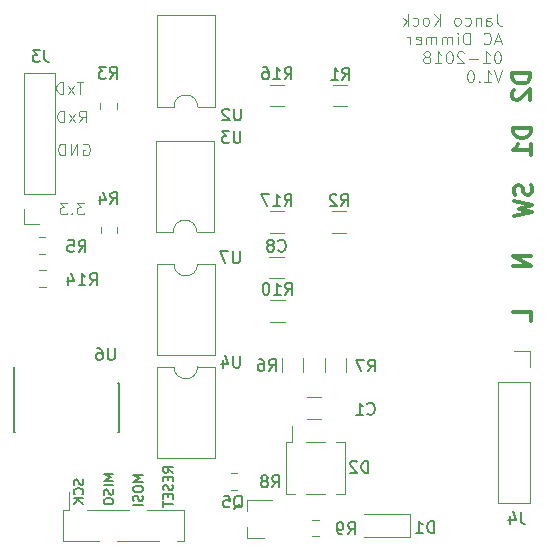
<source format=gbr>
G04 #@! TF.GenerationSoftware,KiCad,Pcbnew,5.0.1*
G04 #@! TF.CreationDate,2019-01-05T16:55:50+01:00*
G04 #@! TF.ProjectId,sensor_board-ac-7 -without-regulator-2,73656E736F725F626F6172642D61632D,V1.2*
G04 #@! TF.SameCoordinates,Original*
G04 #@! TF.FileFunction,Legend,Bot*
G04 #@! TF.FilePolarity,Positive*
%FSLAX46Y46*%
G04 Gerber Fmt 4.6, Leading zero omitted, Abs format (unit mm)*
G04 Created by KiCad (PCBNEW 5.0.1) date Sat 05 Jan 2019 04:55:50 PM CET*
%MOMM*%
%LPD*%
G01*
G04 APERTURE LIST*
%ADD10C,0.100000*%
%ADD11C,0.300000*%
%ADD12C,0.150000*%
%ADD13C,0.120000*%
G04 APERTURE END LIST*
D10*
X35047619Y-42852380D02*
X34428571Y-42852380D01*
X34761904Y-43233333D01*
X34619047Y-43233333D01*
X34523809Y-43280952D01*
X34476190Y-43328571D01*
X34428571Y-43423809D01*
X34428571Y-43661904D01*
X34476190Y-43757142D01*
X34523809Y-43804761D01*
X34619047Y-43852380D01*
X34904761Y-43852380D01*
X35000000Y-43804761D01*
X35047619Y-43757142D01*
X34000000Y-43757142D02*
X33952380Y-43804761D01*
X34000000Y-43852380D01*
X34047619Y-43804761D01*
X34000000Y-43757142D01*
X34000000Y-43852380D01*
X33619047Y-42852380D02*
X33000000Y-42852380D01*
X33333333Y-43233333D01*
X33190476Y-43233333D01*
X33095238Y-43280952D01*
X33047619Y-43328571D01*
X33000000Y-43423809D01*
X33000000Y-43661904D01*
X33047619Y-43757142D01*
X33095238Y-43804761D01*
X33190476Y-43852380D01*
X33476190Y-43852380D01*
X33571428Y-43804761D01*
X33619047Y-43757142D01*
X34961904Y-37900000D02*
X35057142Y-37852380D01*
X35200000Y-37852380D01*
X35342857Y-37900000D01*
X35438095Y-37995238D01*
X35485714Y-38090476D01*
X35533333Y-38280952D01*
X35533333Y-38423809D01*
X35485714Y-38614285D01*
X35438095Y-38709523D01*
X35342857Y-38804761D01*
X35200000Y-38852380D01*
X35104761Y-38852380D01*
X34961904Y-38804761D01*
X34914285Y-38757142D01*
X34914285Y-38423809D01*
X35104761Y-38423809D01*
X34485714Y-38852380D02*
X34485714Y-37852380D01*
X33914285Y-38852380D01*
X33914285Y-37852380D01*
X33438095Y-38852380D02*
X33438095Y-37852380D01*
X33200000Y-37852380D01*
X33057142Y-37900000D01*
X32961904Y-37995238D01*
X32914285Y-38090476D01*
X32866666Y-38280952D01*
X32866666Y-38423809D01*
X32914285Y-38614285D01*
X32961904Y-38709523D01*
X33057142Y-38804761D01*
X33200000Y-38852380D01*
X33438095Y-38852380D01*
X34595238Y-36052380D02*
X34928571Y-35576190D01*
X35166666Y-36052380D02*
X35166666Y-35052380D01*
X34785714Y-35052380D01*
X34690476Y-35100000D01*
X34642857Y-35147619D01*
X34595238Y-35242857D01*
X34595238Y-35385714D01*
X34642857Y-35480952D01*
X34690476Y-35528571D01*
X34785714Y-35576190D01*
X35166666Y-35576190D01*
X34261904Y-36052380D02*
X33738095Y-35385714D01*
X34261904Y-35385714D02*
X33738095Y-36052380D01*
X33357142Y-36052380D02*
X33357142Y-35052380D01*
X33119047Y-35052380D01*
X32976190Y-35100000D01*
X32880952Y-35195238D01*
X32833333Y-35290476D01*
X32785714Y-35480952D01*
X32785714Y-35623809D01*
X32833333Y-35814285D01*
X32880952Y-35909523D01*
X32976190Y-36004761D01*
X33119047Y-36052380D01*
X33357142Y-36052380D01*
X34990476Y-32652380D02*
X34419047Y-32652380D01*
X34704761Y-33652380D02*
X34704761Y-32652380D01*
X34180952Y-33652380D02*
X33657142Y-32985714D01*
X34180952Y-32985714D02*
X33657142Y-33652380D01*
X33276190Y-33652380D02*
X33276190Y-32652380D01*
X33038095Y-32652380D01*
X32895238Y-32700000D01*
X32800000Y-32795238D01*
X32752380Y-32890476D01*
X32704761Y-33080952D01*
X32704761Y-33223809D01*
X32752380Y-33414285D01*
X32800000Y-33509523D01*
X32895238Y-33604761D01*
X33038095Y-33652380D01*
X33276190Y-33652380D01*
X70011190Y-26852380D02*
X70011190Y-27566666D01*
X70058809Y-27709523D01*
X70154047Y-27804761D01*
X70296904Y-27852380D01*
X70392142Y-27852380D01*
X69106428Y-27852380D02*
X69106428Y-27328571D01*
X69154047Y-27233333D01*
X69249285Y-27185714D01*
X69439761Y-27185714D01*
X69535000Y-27233333D01*
X69106428Y-27804761D02*
X69201666Y-27852380D01*
X69439761Y-27852380D01*
X69535000Y-27804761D01*
X69582619Y-27709523D01*
X69582619Y-27614285D01*
X69535000Y-27519047D01*
X69439761Y-27471428D01*
X69201666Y-27471428D01*
X69106428Y-27423809D01*
X68630238Y-27185714D02*
X68630238Y-27852380D01*
X68630238Y-27280952D02*
X68582619Y-27233333D01*
X68487380Y-27185714D01*
X68344523Y-27185714D01*
X68249285Y-27233333D01*
X68201666Y-27328571D01*
X68201666Y-27852380D01*
X67296904Y-27804761D02*
X67392142Y-27852380D01*
X67582619Y-27852380D01*
X67677857Y-27804761D01*
X67725476Y-27757142D01*
X67773095Y-27661904D01*
X67773095Y-27376190D01*
X67725476Y-27280952D01*
X67677857Y-27233333D01*
X67582619Y-27185714D01*
X67392142Y-27185714D01*
X67296904Y-27233333D01*
X66725476Y-27852380D02*
X66820714Y-27804761D01*
X66868333Y-27757142D01*
X66915952Y-27661904D01*
X66915952Y-27376190D01*
X66868333Y-27280952D01*
X66820714Y-27233333D01*
X66725476Y-27185714D01*
X66582619Y-27185714D01*
X66487380Y-27233333D01*
X66439761Y-27280952D01*
X66392142Y-27376190D01*
X66392142Y-27661904D01*
X66439761Y-27757142D01*
X66487380Y-27804761D01*
X66582619Y-27852380D01*
X66725476Y-27852380D01*
X65201666Y-27852380D02*
X65201666Y-26852380D01*
X64630238Y-27852380D02*
X65058809Y-27280952D01*
X64630238Y-26852380D02*
X65201666Y-27423809D01*
X64058809Y-27852380D02*
X64154047Y-27804761D01*
X64201666Y-27757142D01*
X64249285Y-27661904D01*
X64249285Y-27376190D01*
X64201666Y-27280952D01*
X64154047Y-27233333D01*
X64058809Y-27185714D01*
X63915952Y-27185714D01*
X63820714Y-27233333D01*
X63773095Y-27280952D01*
X63725476Y-27376190D01*
X63725476Y-27661904D01*
X63773095Y-27757142D01*
X63820714Y-27804761D01*
X63915952Y-27852380D01*
X64058809Y-27852380D01*
X62868333Y-27804761D02*
X62963571Y-27852380D01*
X63154047Y-27852380D01*
X63249285Y-27804761D01*
X63296904Y-27757142D01*
X63344523Y-27661904D01*
X63344523Y-27376190D01*
X63296904Y-27280952D01*
X63249285Y-27233333D01*
X63154047Y-27185714D01*
X62963571Y-27185714D01*
X62868333Y-27233333D01*
X62439761Y-27852380D02*
X62439761Y-26852380D01*
X62344523Y-27471428D02*
X62058809Y-27852380D01*
X62058809Y-27185714D02*
X62439761Y-27566666D01*
X70344523Y-29166666D02*
X69868333Y-29166666D01*
X70439761Y-29452380D02*
X70106428Y-28452380D01*
X69773095Y-29452380D01*
X68868333Y-29357142D02*
X68915952Y-29404761D01*
X69058809Y-29452380D01*
X69154047Y-29452380D01*
X69296904Y-29404761D01*
X69392142Y-29309523D01*
X69439761Y-29214285D01*
X69487380Y-29023809D01*
X69487380Y-28880952D01*
X69439761Y-28690476D01*
X69392142Y-28595238D01*
X69296904Y-28500000D01*
X69154047Y-28452380D01*
X69058809Y-28452380D01*
X68915952Y-28500000D01*
X68868333Y-28547619D01*
X67677857Y-29452380D02*
X67677857Y-28452380D01*
X67439761Y-28452380D01*
X67296904Y-28500000D01*
X67201666Y-28595238D01*
X67154047Y-28690476D01*
X67106428Y-28880952D01*
X67106428Y-29023809D01*
X67154047Y-29214285D01*
X67201666Y-29309523D01*
X67296904Y-29404761D01*
X67439761Y-29452380D01*
X67677857Y-29452380D01*
X66677857Y-29452380D02*
X66677857Y-28785714D01*
X66677857Y-28452380D02*
X66725476Y-28500000D01*
X66677857Y-28547619D01*
X66630238Y-28500000D01*
X66677857Y-28452380D01*
X66677857Y-28547619D01*
X66201666Y-29452380D02*
X66201666Y-28785714D01*
X66201666Y-28880952D02*
X66154047Y-28833333D01*
X66058809Y-28785714D01*
X65915952Y-28785714D01*
X65820714Y-28833333D01*
X65773095Y-28928571D01*
X65773095Y-29452380D01*
X65773095Y-28928571D02*
X65725476Y-28833333D01*
X65630238Y-28785714D01*
X65487380Y-28785714D01*
X65392142Y-28833333D01*
X65344523Y-28928571D01*
X65344523Y-29452380D01*
X64868333Y-29452380D02*
X64868333Y-28785714D01*
X64868333Y-28880952D02*
X64820714Y-28833333D01*
X64725476Y-28785714D01*
X64582619Y-28785714D01*
X64487380Y-28833333D01*
X64439761Y-28928571D01*
X64439761Y-29452380D01*
X64439761Y-28928571D02*
X64392142Y-28833333D01*
X64296904Y-28785714D01*
X64154047Y-28785714D01*
X64058809Y-28833333D01*
X64011190Y-28928571D01*
X64011190Y-29452380D01*
X63154047Y-29404761D02*
X63249285Y-29452380D01*
X63439761Y-29452380D01*
X63535000Y-29404761D01*
X63582619Y-29309523D01*
X63582619Y-28928571D01*
X63535000Y-28833333D01*
X63439761Y-28785714D01*
X63249285Y-28785714D01*
X63154047Y-28833333D01*
X63106428Y-28928571D01*
X63106428Y-29023809D01*
X63582619Y-29119047D01*
X62677857Y-29452380D02*
X62677857Y-28785714D01*
X62677857Y-28976190D02*
X62630238Y-28880952D01*
X62582619Y-28833333D01*
X62487380Y-28785714D01*
X62392142Y-28785714D01*
X70106428Y-30052380D02*
X70011190Y-30052380D01*
X69915952Y-30100000D01*
X69868333Y-30147619D01*
X69820714Y-30242857D01*
X69773095Y-30433333D01*
X69773095Y-30671428D01*
X69820714Y-30861904D01*
X69868333Y-30957142D01*
X69915952Y-31004761D01*
X70011190Y-31052380D01*
X70106428Y-31052380D01*
X70201666Y-31004761D01*
X70249285Y-30957142D01*
X70296904Y-30861904D01*
X70344523Y-30671428D01*
X70344523Y-30433333D01*
X70296904Y-30242857D01*
X70249285Y-30147619D01*
X70201666Y-30100000D01*
X70106428Y-30052380D01*
X68820714Y-31052380D02*
X69392142Y-31052380D01*
X69106428Y-31052380D02*
X69106428Y-30052380D01*
X69201666Y-30195238D01*
X69296904Y-30290476D01*
X69392142Y-30338095D01*
X68392142Y-30671428D02*
X67630238Y-30671428D01*
X67201666Y-30147619D02*
X67154047Y-30100000D01*
X67058809Y-30052380D01*
X66820714Y-30052380D01*
X66725476Y-30100000D01*
X66677857Y-30147619D01*
X66630238Y-30242857D01*
X66630238Y-30338095D01*
X66677857Y-30480952D01*
X67249285Y-31052380D01*
X66630238Y-31052380D01*
X66011190Y-30052380D02*
X65915952Y-30052380D01*
X65820714Y-30100000D01*
X65773095Y-30147619D01*
X65725476Y-30242857D01*
X65677857Y-30433333D01*
X65677857Y-30671428D01*
X65725476Y-30861904D01*
X65773095Y-30957142D01*
X65820714Y-31004761D01*
X65915952Y-31052380D01*
X66011190Y-31052380D01*
X66106428Y-31004761D01*
X66154047Y-30957142D01*
X66201666Y-30861904D01*
X66249285Y-30671428D01*
X66249285Y-30433333D01*
X66201666Y-30242857D01*
X66154047Y-30147619D01*
X66106428Y-30100000D01*
X66011190Y-30052380D01*
X64725476Y-31052380D02*
X65296904Y-31052380D01*
X65011190Y-31052380D02*
X65011190Y-30052380D01*
X65106428Y-30195238D01*
X65201666Y-30290476D01*
X65296904Y-30338095D01*
X64154047Y-30480952D02*
X64249285Y-30433333D01*
X64296904Y-30385714D01*
X64344523Y-30290476D01*
X64344523Y-30242857D01*
X64296904Y-30147619D01*
X64249285Y-30100000D01*
X64154047Y-30052380D01*
X63963571Y-30052380D01*
X63868333Y-30100000D01*
X63820714Y-30147619D01*
X63773095Y-30242857D01*
X63773095Y-30290476D01*
X63820714Y-30385714D01*
X63868333Y-30433333D01*
X63963571Y-30480952D01*
X64154047Y-30480952D01*
X64249285Y-30528571D01*
X64296904Y-30576190D01*
X64344523Y-30671428D01*
X64344523Y-30861904D01*
X64296904Y-30957142D01*
X64249285Y-31004761D01*
X64154047Y-31052380D01*
X63963571Y-31052380D01*
X63868333Y-31004761D01*
X63820714Y-30957142D01*
X63773095Y-30861904D01*
X63773095Y-30671428D01*
X63820714Y-30576190D01*
X63868333Y-30528571D01*
X63963571Y-30480952D01*
X70439761Y-31652380D02*
X70106428Y-32652380D01*
X69773095Y-31652380D01*
X68915952Y-32652380D02*
X69487380Y-32652380D01*
X69201666Y-32652380D02*
X69201666Y-31652380D01*
X69296904Y-31795238D01*
X69392142Y-31890476D01*
X69487380Y-31938095D01*
X68487380Y-32557142D02*
X68439761Y-32604761D01*
X68487380Y-32652380D01*
X68535000Y-32604761D01*
X68487380Y-32557142D01*
X68487380Y-32652380D01*
X67820714Y-31652380D02*
X67725476Y-31652380D01*
X67630238Y-31700000D01*
X67582619Y-31747619D01*
X67535000Y-31842857D01*
X67487380Y-32033333D01*
X67487380Y-32271428D01*
X67535000Y-32461904D01*
X67582619Y-32557142D01*
X67630238Y-32604761D01*
X67725476Y-32652380D01*
X67820714Y-32652380D01*
X67915952Y-32604761D01*
X67963571Y-32557142D01*
X68011190Y-32461904D01*
X68058809Y-32271428D01*
X68058809Y-32033333D01*
X68011190Y-31842857D01*
X67963571Y-31747619D01*
X67915952Y-31700000D01*
X67820714Y-31652380D01*
D11*
X72890142Y-41345885D02*
X72961571Y-41560171D01*
X72961571Y-41917314D01*
X72890142Y-42060171D01*
X72818714Y-42131600D01*
X72675857Y-42203028D01*
X72533000Y-42203028D01*
X72390142Y-42131600D01*
X72318714Y-42060171D01*
X72247285Y-41917314D01*
X72175857Y-41631600D01*
X72104428Y-41488742D01*
X72033000Y-41417314D01*
X71890142Y-41345885D01*
X71747285Y-41345885D01*
X71604428Y-41417314D01*
X71533000Y-41488742D01*
X71461571Y-41631600D01*
X71461571Y-41988742D01*
X71533000Y-42203028D01*
X71461571Y-42703028D02*
X72961571Y-43060171D01*
X71890142Y-43345885D01*
X72961571Y-43631600D01*
X71461571Y-43988742D01*
X72803571Y-31892857D02*
X71303571Y-31892857D01*
X71303571Y-32250000D01*
X71375000Y-32464285D01*
X71517857Y-32607142D01*
X71660714Y-32678571D01*
X71946428Y-32750000D01*
X72160714Y-32750000D01*
X72446428Y-32678571D01*
X72589285Y-32607142D01*
X72732142Y-32464285D01*
X72803571Y-32250000D01*
X72803571Y-31892857D01*
X71446428Y-33321428D02*
X71375000Y-33392857D01*
X71303571Y-33535714D01*
X71303571Y-33892857D01*
X71375000Y-34035714D01*
X71446428Y-34107142D01*
X71589285Y-34178571D01*
X71732142Y-34178571D01*
X71946428Y-34107142D01*
X72803571Y-33250000D01*
X72803571Y-34178571D01*
X72878571Y-36492857D02*
X71378571Y-36492857D01*
X71378571Y-36850000D01*
X71450000Y-37064285D01*
X71592857Y-37207142D01*
X71735714Y-37278571D01*
X72021428Y-37350000D01*
X72235714Y-37350000D01*
X72521428Y-37278571D01*
X72664285Y-37207142D01*
X72807142Y-37064285D01*
X72878571Y-36850000D01*
X72878571Y-36492857D01*
X72878571Y-38778571D02*
X72878571Y-37921428D01*
X72878571Y-38350000D02*
X71378571Y-38350000D01*
X71592857Y-38207142D01*
X71735714Y-38064285D01*
X71807142Y-37921428D01*
X72878571Y-47371428D02*
X71378571Y-47371428D01*
X72878571Y-48228571D01*
X71378571Y-48228571D01*
X72878571Y-52864285D02*
X72878571Y-52150000D01*
X71378571Y-52150000D01*
D12*
X42536064Y-65708675D02*
X42155112Y-65442008D01*
X42536064Y-65251532D02*
X41736064Y-65251532D01*
X41736064Y-65556294D01*
X41774160Y-65632484D01*
X41812255Y-65670580D01*
X41888445Y-65708675D01*
X42002731Y-65708675D01*
X42078921Y-65670580D01*
X42117017Y-65632484D01*
X42155112Y-65556294D01*
X42155112Y-65251532D01*
X42117017Y-66051532D02*
X42117017Y-66318199D01*
X42536064Y-66432484D02*
X42536064Y-66051532D01*
X41736064Y-66051532D01*
X41736064Y-66432484D01*
X42497969Y-66737246D02*
X42536064Y-66851532D01*
X42536064Y-67042008D01*
X42497969Y-67118199D01*
X42459874Y-67156294D01*
X42383683Y-67194389D01*
X42307493Y-67194389D01*
X42231302Y-67156294D01*
X42193207Y-67118199D01*
X42155112Y-67042008D01*
X42117017Y-66889627D01*
X42078921Y-66813437D01*
X42040826Y-66775341D01*
X41964636Y-66737246D01*
X41888445Y-66737246D01*
X41812255Y-66775341D01*
X41774160Y-66813437D01*
X41736064Y-66889627D01*
X41736064Y-67080103D01*
X41774160Y-67194389D01*
X42117017Y-67537246D02*
X42117017Y-67803913D01*
X42536064Y-67918199D02*
X42536064Y-67537246D01*
X41736064Y-67537246D01*
X41736064Y-67918199D01*
X41736064Y-68146770D02*
X41736064Y-68603913D01*
X42536064Y-68375341D02*
X41736064Y-68375341D01*
X40003684Y-65936017D02*
X39203684Y-65936017D01*
X39775113Y-66202683D01*
X39203684Y-66469350D01*
X40003684Y-66469350D01*
X39203684Y-67002683D02*
X39203684Y-67155064D01*
X39241780Y-67231255D01*
X39317970Y-67307445D01*
X39470351Y-67345540D01*
X39737018Y-67345540D01*
X39889399Y-67307445D01*
X39965589Y-67231255D01*
X40003684Y-67155064D01*
X40003684Y-67002683D01*
X39965589Y-66926493D01*
X39889399Y-66850302D01*
X39737018Y-66812207D01*
X39470351Y-66812207D01*
X39317970Y-66850302D01*
X39241780Y-66926493D01*
X39203684Y-67002683D01*
X39965589Y-67650302D02*
X40003684Y-67764588D01*
X40003684Y-67955064D01*
X39965589Y-68031255D01*
X39927494Y-68069350D01*
X39851303Y-68107445D01*
X39775113Y-68107445D01*
X39698922Y-68069350D01*
X39660827Y-68031255D01*
X39622732Y-67955064D01*
X39584637Y-67802683D01*
X39546541Y-67726493D01*
X39508446Y-67688398D01*
X39432256Y-67650302D01*
X39356065Y-67650302D01*
X39279875Y-67688398D01*
X39241780Y-67726493D01*
X39203684Y-67802683D01*
X39203684Y-67993160D01*
X39241780Y-68107445D01*
X40003684Y-68450302D02*
X39203684Y-68450302D01*
X37514484Y-65852197D02*
X36714484Y-65852197D01*
X37285913Y-66118863D01*
X36714484Y-66385530D01*
X37514484Y-66385530D01*
X37514484Y-66766482D02*
X36714484Y-66766482D01*
X37476389Y-67109340D02*
X37514484Y-67223625D01*
X37514484Y-67414101D01*
X37476389Y-67490292D01*
X37438294Y-67528387D01*
X37362103Y-67566482D01*
X37285913Y-67566482D01*
X37209722Y-67528387D01*
X37171627Y-67490292D01*
X37133532Y-67414101D01*
X37095437Y-67261720D01*
X37057341Y-67185530D01*
X37019246Y-67147435D01*
X36943056Y-67109340D01*
X36866865Y-67109340D01*
X36790675Y-67147435D01*
X36752580Y-67185530D01*
X36714484Y-67261720D01*
X36714484Y-67452197D01*
X36752580Y-67566482D01*
X36714484Y-68061720D02*
X36714484Y-68214101D01*
X36752580Y-68290292D01*
X36828770Y-68366482D01*
X36981151Y-68404578D01*
X37247818Y-68404578D01*
X37400199Y-68366482D01*
X37476389Y-68290292D01*
X37514484Y-68214101D01*
X37514484Y-68061720D01*
X37476389Y-67985530D01*
X37400199Y-67909340D01*
X37247818Y-67871244D01*
X36981151Y-67871244D01*
X36828770Y-67909340D01*
X36752580Y-67985530D01*
X36714484Y-68061720D01*
X34944009Y-66283968D02*
X34982104Y-66398254D01*
X34982104Y-66588730D01*
X34944009Y-66664920D01*
X34905914Y-66703016D01*
X34829723Y-66741111D01*
X34753533Y-66741111D01*
X34677342Y-66703016D01*
X34639247Y-66664920D01*
X34601152Y-66588730D01*
X34563057Y-66436349D01*
X34524961Y-66360159D01*
X34486866Y-66322063D01*
X34410676Y-66283968D01*
X34334485Y-66283968D01*
X34258295Y-66322063D01*
X34220200Y-66360159D01*
X34182104Y-66436349D01*
X34182104Y-66626825D01*
X34220200Y-66741111D01*
X34905914Y-67541111D02*
X34944009Y-67503016D01*
X34982104Y-67388730D01*
X34982104Y-67312540D01*
X34944009Y-67198254D01*
X34867819Y-67122063D01*
X34791628Y-67083968D01*
X34639247Y-67045873D01*
X34524961Y-67045873D01*
X34372580Y-67083968D01*
X34296390Y-67122063D01*
X34220200Y-67198254D01*
X34182104Y-67312540D01*
X34182104Y-67388730D01*
X34220200Y-67503016D01*
X34258295Y-67541111D01*
X34982104Y-67883968D02*
X34182104Y-67883968D01*
X34982104Y-68341111D02*
X34524961Y-67998254D01*
X34182104Y-68341111D02*
X34639247Y-67883968D01*
D13*
G04 #@! TO.C,U3*
X46036400Y-45335500D02*
X44586400Y-45335500D01*
X46036400Y-37595500D02*
X46036400Y-45335500D01*
X41136400Y-37595500D02*
X46036400Y-37595500D01*
X41136400Y-45335500D02*
X41136400Y-37595500D01*
X42586400Y-45335500D02*
X41136400Y-45335500D01*
X44586400Y-45335500D02*
G75*
G03X42586400Y-45335500I-1000000J0D01*
G01*
G04 #@! TO.C,R6*
X51774680Y-57221204D02*
X51774680Y-56017076D01*
X53594680Y-57221204D02*
X53594680Y-56017076D01*
G04 #@! TO.C,Q5*
X48825880Y-71212220D02*
X48825880Y-70282220D01*
X48825880Y-68052220D02*
X48825880Y-68982220D01*
X48825880Y-68052220D02*
X50985880Y-68052220D01*
X48825880Y-71212220D02*
X50285880Y-71212220D01*
G04 #@! TO.C,R17*
X51973564Y-43578100D02*
X50769436Y-43578100D01*
X51973564Y-45398100D02*
X50769436Y-45398100D01*
G04 #@! TO.C,R3*
X37829560Y-34929712D02*
X37829560Y-34407208D01*
X36409560Y-34929712D02*
X36409560Y-34407208D01*
G04 #@! TO.C,C8*
X51935464Y-49271600D02*
X50731336Y-49271600D01*
X51935464Y-47451600D02*
X50731336Y-47451600D01*
G04 #@! TO.C,J5*
X40401780Y-68842580D02*
X43511780Y-68842580D01*
X35321780Y-68842580D02*
X38881780Y-68842580D01*
X37861780Y-71502580D02*
X41421780Y-71502580D01*
X42941780Y-71502580D02*
X43511780Y-71502580D01*
X33231780Y-68842580D02*
X33801780Y-68842580D01*
X33801780Y-68842580D02*
X33801780Y-67322580D01*
X33231780Y-71502580D02*
X36341780Y-71502580D01*
X43511780Y-68842580D02*
X43511780Y-71502580D01*
X33231780Y-68842580D02*
X33231780Y-71502580D01*
G04 #@! TO.C,R2*
X56039936Y-43578100D02*
X57244064Y-43578100D01*
X56039936Y-45398100D02*
X57244064Y-45398100D01*
G04 #@! TO.C,R16*
X51986264Y-34679300D02*
X50782136Y-34679300D01*
X51986264Y-32859300D02*
X50782136Y-32859300D01*
G04 #@! TO.C,R1*
X56103436Y-32859300D02*
X57307564Y-32859300D01*
X56103436Y-34679300D02*
X57307564Y-34679300D01*
G04 #@! TO.C,R10*
X52024364Y-52916500D02*
X50820236Y-52916500D01*
X52024364Y-51096500D02*
X50820236Y-51096500D01*
G04 #@! TO.C,R7*
X55434820Y-57208504D02*
X55434820Y-56004376D01*
X57254820Y-57208504D02*
X57254820Y-56004376D01*
G04 #@! TO.C,R14*
X31769952Y-45772000D02*
X31247448Y-45772000D01*
X31769952Y-47192000D02*
X31247448Y-47192000D01*
G04 #@! TO.C,R8*
X47500908Y-67176720D02*
X48023412Y-67176720D01*
X47500908Y-65756720D02*
X48023412Y-65756720D01*
G04 #@! TO.C,D1*
X62613100Y-69200000D02*
X58713100Y-69200000D01*
X62613100Y-71200000D02*
X58713100Y-71200000D01*
X62613100Y-69200000D02*
X62613100Y-71200000D01*
G04 #@! TO.C,U2*
X46112600Y-34731000D02*
X44662600Y-34731000D01*
X46112600Y-26991000D02*
X46112600Y-34731000D01*
X41212600Y-26991000D02*
X46112600Y-26991000D01*
X41212600Y-34731000D02*
X41212600Y-26991000D01*
X42662600Y-34731000D02*
X41212600Y-34731000D01*
X44662600Y-34731000D02*
G75*
G03X42662600Y-34731000I-1000000J0D01*
G01*
G04 #@! TO.C,U4*
X41207520Y-56752180D02*
X42657520Y-56752180D01*
X41207520Y-64492180D02*
X41207520Y-56752180D01*
X46107520Y-64492180D02*
X41207520Y-64492180D01*
X46107520Y-56752180D02*
X46107520Y-64492180D01*
X44657520Y-56752180D02*
X46107520Y-56752180D01*
X42657520Y-56752180D02*
G75*
G03X44657520Y-56752180I1000000J0D01*
G01*
G04 #@! TO.C,R4*
X36440040Y-45430072D02*
X36440040Y-44907568D01*
X37860040Y-45430072D02*
X37860040Y-44907568D01*
G04 #@! TO.C,C1*
X53921576Y-59338800D02*
X55125704Y-59338800D01*
X53921576Y-61158800D02*
X55125704Y-61158800D01*
G04 #@! TO.C,R5*
X31260148Y-49960600D02*
X31782652Y-49960600D01*
X31260148Y-48540600D02*
X31782652Y-48540600D01*
G04 #@! TO.C,J3*
X29924700Y-44687800D02*
X31254700Y-44687800D01*
X29924700Y-43357800D02*
X29924700Y-44687800D01*
X29924700Y-42087800D02*
X32584700Y-42087800D01*
X32584700Y-42087800D02*
X32584700Y-31867800D01*
X29924700Y-42087800D02*
X29924700Y-31867800D01*
X29924700Y-31867800D02*
X32584700Y-31867800D01*
G04 #@! TO.C,R9*
X54894112Y-71110000D02*
X54371608Y-71110000D01*
X54894112Y-69690000D02*
X54371608Y-69690000D01*
G04 #@! TO.C,D2*
X52137940Y-63126260D02*
X52637940Y-63126260D01*
X52637940Y-63126260D02*
X52637940Y-61726260D01*
X53837940Y-67526260D02*
X55437940Y-67526260D01*
X53837940Y-63126260D02*
X55437940Y-63126260D01*
X52937940Y-67526260D02*
X52137940Y-67526260D01*
X52137940Y-67526260D02*
X52137940Y-63126260D01*
X56337940Y-67526260D02*
X57137940Y-67526260D01*
X57137940Y-67526260D02*
X57137940Y-63126260D01*
X57137940Y-63126260D02*
X56337940Y-63126260D01*
D12*
G04 #@! TO.C,U6*
X29103400Y-58135700D02*
X29128400Y-58135700D01*
X29103400Y-62285700D02*
X29218400Y-62285700D01*
X38003400Y-62285700D02*
X37888400Y-62285700D01*
X38003400Y-58135700D02*
X37888400Y-58135700D01*
X29103400Y-58135700D02*
X29103400Y-62285700D01*
X38003400Y-58135700D02*
X38003400Y-62285700D01*
X29128400Y-58135700D02*
X29128400Y-56760700D01*
D13*
G04 #@! TO.C,J4*
X72767500Y-68259000D02*
X70107500Y-68259000D01*
X72767500Y-58039000D02*
X72767500Y-68259000D01*
X70107500Y-58039000D02*
X70107500Y-68259000D01*
X72767500Y-58039000D02*
X70107500Y-58039000D01*
X72767500Y-56769000D02*
X72767500Y-55439000D01*
X72767500Y-55439000D02*
X71437500Y-55439000D01*
G04 #@! TO.C,U7*
X42649900Y-48047600D02*
G75*
G03X44649900Y-48047600I1000000J0D01*
G01*
X44649900Y-48047600D02*
X46099900Y-48047600D01*
X46099900Y-48047600D02*
X46099900Y-55787600D01*
X46099900Y-55787600D02*
X41199900Y-55787600D01*
X41199900Y-55787600D02*
X41199900Y-48047600D01*
X41199900Y-48047600D02*
X42649900Y-48047600D01*
G04 #@! TO.C,U3*
D12*
X48287844Y-36800540D02*
X48287844Y-37610064D01*
X48240225Y-37705302D01*
X48192606Y-37752921D01*
X48097368Y-37800540D01*
X47906892Y-37800540D01*
X47811654Y-37752921D01*
X47764035Y-37705302D01*
X47716416Y-37610064D01*
X47716416Y-36800540D01*
X47335463Y-36800540D02*
X46716416Y-36800540D01*
X47049749Y-37181493D01*
X46906892Y-37181493D01*
X46811654Y-37229112D01*
X46764035Y-37276731D01*
X46716416Y-37371969D01*
X46716416Y-37610064D01*
X46764035Y-37705302D01*
X46811654Y-37752921D01*
X46906892Y-37800540D01*
X47192606Y-37800540D01*
X47287844Y-37752921D01*
X47335463Y-37705302D01*
G04 #@! TO.C,R6*
X50689806Y-57091840D02*
X51023140Y-56615650D01*
X51261235Y-57091840D02*
X51261235Y-56091840D01*
X50880282Y-56091840D01*
X50785044Y-56139460D01*
X50737425Y-56187079D01*
X50689806Y-56282317D01*
X50689806Y-56425174D01*
X50737425Y-56520412D01*
X50785044Y-56568031D01*
X50880282Y-56615650D01*
X51261235Y-56615650D01*
X49832663Y-56091840D02*
X50023140Y-56091840D01*
X50118378Y-56139460D01*
X50165997Y-56187079D01*
X50261235Y-56329936D01*
X50308854Y-56520412D01*
X50308854Y-56901364D01*
X50261235Y-56996602D01*
X50213616Y-57044221D01*
X50118378Y-57091840D01*
X49927901Y-57091840D01*
X49832663Y-57044221D01*
X49785044Y-56996602D01*
X49737425Y-56901364D01*
X49737425Y-56663269D01*
X49785044Y-56568031D01*
X49832663Y-56520412D01*
X49927901Y-56472793D01*
X50118378Y-56472793D01*
X50213616Y-56520412D01*
X50261235Y-56568031D01*
X50308854Y-56663269D01*
G04 #@! TO.C,Q5*
X47730398Y-68752359D02*
X47825636Y-68704740D01*
X47920874Y-68609501D01*
X48063731Y-68466644D01*
X48158969Y-68419025D01*
X48254207Y-68419025D01*
X48206588Y-68657120D02*
X48301826Y-68609501D01*
X48397064Y-68514263D01*
X48444683Y-68323787D01*
X48444683Y-67990454D01*
X48397064Y-67799978D01*
X48301826Y-67704740D01*
X48206588Y-67657120D01*
X48016112Y-67657120D01*
X47920874Y-67704740D01*
X47825636Y-67799978D01*
X47778017Y-67990454D01*
X47778017Y-68323787D01*
X47825636Y-68514263D01*
X47920874Y-68609501D01*
X48016112Y-68657120D01*
X48206588Y-68657120D01*
X46873255Y-67657120D02*
X47349445Y-67657120D01*
X47397064Y-68133311D01*
X47349445Y-68085692D01*
X47254207Y-68038073D01*
X47016112Y-68038073D01*
X46920874Y-68085692D01*
X46873255Y-68133311D01*
X46825636Y-68228549D01*
X46825636Y-68466644D01*
X46873255Y-68561882D01*
X46920874Y-68609501D01*
X47016112Y-68657120D01*
X47254207Y-68657120D01*
X47349445Y-68609501D01*
X47397064Y-68561882D01*
G04 #@! TO.C,R17*
X52014357Y-43120480D02*
X52347690Y-42644290D01*
X52585785Y-43120480D02*
X52585785Y-42120480D01*
X52204833Y-42120480D01*
X52109595Y-42168100D01*
X52061976Y-42215719D01*
X52014357Y-42310957D01*
X52014357Y-42453814D01*
X52061976Y-42549052D01*
X52109595Y-42596671D01*
X52204833Y-42644290D01*
X52585785Y-42644290D01*
X51061976Y-43120480D02*
X51633404Y-43120480D01*
X51347690Y-43120480D02*
X51347690Y-42120480D01*
X51442928Y-42263338D01*
X51538166Y-42358576D01*
X51633404Y-42406195D01*
X50728642Y-42120480D02*
X50061976Y-42120480D01*
X50490547Y-43120480D01*
G04 #@! TO.C,R3*
X37222726Y-32352240D02*
X37556060Y-31876050D01*
X37794155Y-32352240D02*
X37794155Y-31352240D01*
X37413202Y-31352240D01*
X37317964Y-31399860D01*
X37270345Y-31447479D01*
X37222726Y-31542717D01*
X37222726Y-31685574D01*
X37270345Y-31780812D01*
X37317964Y-31828431D01*
X37413202Y-31876050D01*
X37794155Y-31876050D01*
X36889393Y-31352240D02*
X36270345Y-31352240D01*
X36603679Y-31733193D01*
X36460821Y-31733193D01*
X36365583Y-31780812D01*
X36317964Y-31828431D01*
X36270345Y-31923669D01*
X36270345Y-32161764D01*
X36317964Y-32257002D01*
X36365583Y-32304621D01*
X36460821Y-32352240D01*
X36746536Y-32352240D01*
X36841774Y-32304621D01*
X36889393Y-32257002D01*
G04 #@! TO.C,C8*
X51500066Y-46898742D02*
X51547685Y-46946361D01*
X51690542Y-46993980D01*
X51785780Y-46993980D01*
X51928638Y-46946361D01*
X52023876Y-46851123D01*
X52071495Y-46755885D01*
X52119114Y-46565409D01*
X52119114Y-46422552D01*
X52071495Y-46232076D01*
X52023876Y-46136838D01*
X51928638Y-46041600D01*
X51785780Y-45993980D01*
X51690542Y-45993980D01*
X51547685Y-46041600D01*
X51500066Y-46089219D01*
X50928638Y-46422552D02*
X51023876Y-46374933D01*
X51071495Y-46327314D01*
X51119114Y-46232076D01*
X51119114Y-46184457D01*
X51071495Y-46089219D01*
X51023876Y-46041600D01*
X50928638Y-45993980D01*
X50738161Y-45993980D01*
X50642923Y-46041600D01*
X50595304Y-46089219D01*
X50547685Y-46184457D01*
X50547685Y-46232076D01*
X50595304Y-46327314D01*
X50642923Y-46374933D01*
X50738161Y-46422552D01*
X50928638Y-46422552D01*
X51023876Y-46470171D01*
X51071495Y-46517790D01*
X51119114Y-46613028D01*
X51119114Y-46803504D01*
X51071495Y-46898742D01*
X51023876Y-46946361D01*
X50928638Y-46993980D01*
X50738161Y-46993980D01*
X50642923Y-46946361D01*
X50595304Y-46898742D01*
X50547685Y-46803504D01*
X50547685Y-46613028D01*
X50595304Y-46517790D01*
X50642923Y-46470171D01*
X50738161Y-46422552D01*
G04 #@! TO.C,R2*
X56783266Y-43116760D02*
X57116600Y-42640570D01*
X57354695Y-43116760D02*
X57354695Y-42116760D01*
X56973742Y-42116760D01*
X56878504Y-42164380D01*
X56830885Y-42211999D01*
X56783266Y-42307237D01*
X56783266Y-42450094D01*
X56830885Y-42545332D01*
X56878504Y-42592951D01*
X56973742Y-42640570D01*
X57354695Y-42640570D01*
X56402314Y-42211999D02*
X56354695Y-42164380D01*
X56259457Y-42116760D01*
X56021361Y-42116760D01*
X55926123Y-42164380D01*
X55878504Y-42211999D01*
X55830885Y-42307237D01*
X55830885Y-42402475D01*
X55878504Y-42545332D01*
X56449933Y-43116760D01*
X55830885Y-43116760D01*
G04 #@! TO.C,R16*
X52027057Y-32401680D02*
X52360390Y-31925490D01*
X52598485Y-32401680D02*
X52598485Y-31401680D01*
X52217533Y-31401680D01*
X52122295Y-31449300D01*
X52074676Y-31496919D01*
X52027057Y-31592157D01*
X52027057Y-31735014D01*
X52074676Y-31830252D01*
X52122295Y-31877871D01*
X52217533Y-31925490D01*
X52598485Y-31925490D01*
X51074676Y-32401680D02*
X51646104Y-32401680D01*
X51360390Y-32401680D02*
X51360390Y-31401680D01*
X51455628Y-31544538D01*
X51550866Y-31639776D01*
X51646104Y-31687395D01*
X50217533Y-31401680D02*
X50408009Y-31401680D01*
X50503247Y-31449300D01*
X50550866Y-31496919D01*
X50646104Y-31639776D01*
X50693723Y-31830252D01*
X50693723Y-32211204D01*
X50646104Y-32306442D01*
X50598485Y-32354061D01*
X50503247Y-32401680D01*
X50312771Y-32401680D01*
X50217533Y-32354061D01*
X50169914Y-32306442D01*
X50122295Y-32211204D01*
X50122295Y-31973109D01*
X50169914Y-31877871D01*
X50217533Y-31830252D01*
X50312771Y-31782633D01*
X50503247Y-31782633D01*
X50598485Y-31830252D01*
X50646104Y-31877871D01*
X50693723Y-31973109D01*
G04 #@! TO.C,R1*
X56917886Y-32428440D02*
X57251220Y-31952250D01*
X57489315Y-32428440D02*
X57489315Y-31428440D01*
X57108362Y-31428440D01*
X57013124Y-31476060D01*
X56965505Y-31523679D01*
X56917886Y-31618917D01*
X56917886Y-31761774D01*
X56965505Y-31857012D01*
X57013124Y-31904631D01*
X57108362Y-31952250D01*
X57489315Y-31952250D01*
X55965505Y-32428440D02*
X56536934Y-32428440D01*
X56251220Y-32428440D02*
X56251220Y-31428440D01*
X56346458Y-31571298D01*
X56441696Y-31666536D01*
X56536934Y-31714155D01*
G04 #@! TO.C,R10*
X52065157Y-50638880D02*
X52398490Y-50162690D01*
X52636585Y-50638880D02*
X52636585Y-49638880D01*
X52255633Y-49638880D01*
X52160395Y-49686500D01*
X52112776Y-49734119D01*
X52065157Y-49829357D01*
X52065157Y-49972214D01*
X52112776Y-50067452D01*
X52160395Y-50115071D01*
X52255633Y-50162690D01*
X52636585Y-50162690D01*
X51112776Y-50638880D02*
X51684204Y-50638880D01*
X51398490Y-50638880D02*
X51398490Y-49638880D01*
X51493728Y-49781738D01*
X51588966Y-49876976D01*
X51684204Y-49924595D01*
X50493728Y-49638880D02*
X50398490Y-49638880D01*
X50303252Y-49686500D01*
X50255633Y-49734119D01*
X50208014Y-49829357D01*
X50160395Y-50019833D01*
X50160395Y-50257928D01*
X50208014Y-50448404D01*
X50255633Y-50543642D01*
X50303252Y-50591261D01*
X50398490Y-50638880D01*
X50493728Y-50638880D01*
X50588966Y-50591261D01*
X50636585Y-50543642D01*
X50684204Y-50448404D01*
X50731823Y-50257928D01*
X50731823Y-50019833D01*
X50684204Y-49829357D01*
X50636585Y-49734119D01*
X50588966Y-49686500D01*
X50493728Y-49638880D01*
G04 #@! TO.C,R7*
X59079426Y-57137560D02*
X59412760Y-56661370D01*
X59650855Y-57137560D02*
X59650855Y-56137560D01*
X59269902Y-56137560D01*
X59174664Y-56185180D01*
X59127045Y-56232799D01*
X59079426Y-56328037D01*
X59079426Y-56470894D01*
X59127045Y-56566132D01*
X59174664Y-56613751D01*
X59269902Y-56661370D01*
X59650855Y-56661370D01*
X58746093Y-56137560D02*
X58079426Y-56137560D01*
X58507998Y-57137560D01*
G04 #@! TO.C,R14*
X35529757Y-49837600D02*
X35863090Y-49361410D01*
X36101185Y-49837600D02*
X36101185Y-48837600D01*
X35720233Y-48837600D01*
X35624995Y-48885220D01*
X35577376Y-48932839D01*
X35529757Y-49028077D01*
X35529757Y-49170934D01*
X35577376Y-49266172D01*
X35624995Y-49313791D01*
X35720233Y-49361410D01*
X36101185Y-49361410D01*
X34577376Y-49837600D02*
X35148804Y-49837600D01*
X34863090Y-49837600D02*
X34863090Y-48837600D01*
X34958328Y-48980458D01*
X35053566Y-49075696D01*
X35148804Y-49123315D01*
X33720233Y-49170934D02*
X33720233Y-49837600D01*
X33958328Y-48789981D02*
X34196423Y-49504267D01*
X33577376Y-49504267D01*
G04 #@! TO.C,R8*
X50971746Y-66947040D02*
X51305080Y-66470850D01*
X51543175Y-66947040D02*
X51543175Y-65947040D01*
X51162222Y-65947040D01*
X51066984Y-65994660D01*
X51019365Y-66042279D01*
X50971746Y-66137517D01*
X50971746Y-66280374D01*
X51019365Y-66375612D01*
X51066984Y-66423231D01*
X51162222Y-66470850D01*
X51543175Y-66470850D01*
X50400318Y-66375612D02*
X50495556Y-66327993D01*
X50543175Y-66280374D01*
X50590794Y-66185136D01*
X50590794Y-66137517D01*
X50543175Y-66042279D01*
X50495556Y-65994660D01*
X50400318Y-65947040D01*
X50209841Y-65947040D01*
X50114603Y-65994660D01*
X50066984Y-66042279D01*
X50019365Y-66137517D01*
X50019365Y-66185136D01*
X50066984Y-66280374D01*
X50114603Y-66327993D01*
X50209841Y-66375612D01*
X50400318Y-66375612D01*
X50495556Y-66423231D01*
X50543175Y-66470850D01*
X50590794Y-66566088D01*
X50590794Y-66756564D01*
X50543175Y-66851802D01*
X50495556Y-66899421D01*
X50400318Y-66947040D01*
X50209841Y-66947040D01*
X50114603Y-66899421D01*
X50066984Y-66851802D01*
X50019365Y-66756564D01*
X50019365Y-66566088D01*
X50066984Y-66470850D01*
X50114603Y-66423231D01*
X50209841Y-66375612D01*
G04 #@! TO.C,D1*
X64662275Y-70802240D02*
X64662275Y-69802240D01*
X64424180Y-69802240D01*
X64281322Y-69849860D01*
X64186084Y-69945098D01*
X64138465Y-70040336D01*
X64090846Y-70230812D01*
X64090846Y-70373669D01*
X64138465Y-70564145D01*
X64186084Y-70659383D01*
X64281322Y-70754621D01*
X64424180Y-70802240D01*
X64662275Y-70802240D01*
X63138465Y-70802240D02*
X63709894Y-70802240D01*
X63424180Y-70802240D02*
X63424180Y-69802240D01*
X63519418Y-69945098D01*
X63614656Y-70040336D01*
X63709894Y-70087955D01*
G04 #@! TO.C,U2*
X48328484Y-34887920D02*
X48328484Y-35697444D01*
X48280865Y-35792682D01*
X48233246Y-35840301D01*
X48138008Y-35887920D01*
X47947532Y-35887920D01*
X47852294Y-35840301D01*
X47804675Y-35792682D01*
X47757056Y-35697444D01*
X47757056Y-34887920D01*
X47328484Y-34983159D02*
X47280865Y-34935540D01*
X47185627Y-34887920D01*
X46947532Y-34887920D01*
X46852294Y-34935540D01*
X46804675Y-34983159D01*
X46757056Y-35078397D01*
X46757056Y-35173635D01*
X46804675Y-35316492D01*
X47376103Y-35887920D01*
X46757056Y-35887920D01*
G04 #@! TO.C,U4*
X48249744Y-55825140D02*
X48249744Y-56634664D01*
X48202125Y-56729902D01*
X48154506Y-56777521D01*
X48059268Y-56825140D01*
X47868792Y-56825140D01*
X47773554Y-56777521D01*
X47725935Y-56729902D01*
X47678316Y-56634664D01*
X47678316Y-55825140D01*
X46773554Y-56158474D02*
X46773554Y-56825140D01*
X47011649Y-55777521D02*
X47249744Y-56491807D01*
X46630697Y-56491807D01*
G04 #@! TO.C,R4*
X37278606Y-42964360D02*
X37611940Y-42488170D01*
X37850035Y-42964360D02*
X37850035Y-41964360D01*
X37469082Y-41964360D01*
X37373844Y-42011980D01*
X37326225Y-42059599D01*
X37278606Y-42154837D01*
X37278606Y-42297694D01*
X37326225Y-42392932D01*
X37373844Y-42440551D01*
X37469082Y-42488170D01*
X37850035Y-42488170D01*
X36421463Y-42297694D02*
X36421463Y-42964360D01*
X36659559Y-41916741D02*
X36897654Y-42631027D01*
X36278606Y-42631027D01*
G04 #@! TO.C,C1*
X59031166Y-60705002D02*
X59078785Y-60752621D01*
X59221642Y-60800240D01*
X59316880Y-60800240D01*
X59459738Y-60752621D01*
X59554976Y-60657383D01*
X59602595Y-60562145D01*
X59650214Y-60371669D01*
X59650214Y-60228812D01*
X59602595Y-60038336D01*
X59554976Y-59943098D01*
X59459738Y-59847860D01*
X59316880Y-59800240D01*
X59221642Y-59800240D01*
X59078785Y-59847860D01*
X59031166Y-59895479D01*
X58078785Y-60800240D02*
X58650214Y-60800240D01*
X58364500Y-60800240D02*
X58364500Y-59800240D01*
X58459738Y-59943098D01*
X58554976Y-60038336D01*
X58650214Y-60085955D01*
G04 #@! TO.C,R5*
X34583666Y-47023280D02*
X34917000Y-46547090D01*
X35155095Y-47023280D02*
X35155095Y-46023280D01*
X34774142Y-46023280D01*
X34678904Y-46070900D01*
X34631285Y-46118519D01*
X34583666Y-46213757D01*
X34583666Y-46356614D01*
X34631285Y-46451852D01*
X34678904Y-46499471D01*
X34774142Y-46547090D01*
X35155095Y-46547090D01*
X33678904Y-46023280D02*
X34155095Y-46023280D01*
X34202714Y-46499471D01*
X34155095Y-46451852D01*
X34059857Y-46404233D01*
X33821761Y-46404233D01*
X33726523Y-46451852D01*
X33678904Y-46499471D01*
X33631285Y-46594709D01*
X33631285Y-46832804D01*
X33678904Y-46928042D01*
X33726523Y-46975661D01*
X33821761Y-47023280D01*
X34059857Y-47023280D01*
X34155095Y-46975661D01*
X34202714Y-46928042D01*
G04 #@! TO.C,J3*
X31684553Y-29942540D02*
X31684553Y-30656826D01*
X31732172Y-30799683D01*
X31827410Y-30894921D01*
X31970267Y-30942540D01*
X32065505Y-30942540D01*
X31303600Y-29942540D02*
X30684553Y-29942540D01*
X31017886Y-30323493D01*
X30875029Y-30323493D01*
X30779791Y-30371112D01*
X30732172Y-30418731D01*
X30684553Y-30513969D01*
X30684553Y-30752064D01*
X30732172Y-30847302D01*
X30779791Y-30894921D01*
X30875029Y-30942540D01*
X31160743Y-30942540D01*
X31255981Y-30894921D01*
X31303600Y-30847302D01*
G04 #@! TO.C,R9*
X57387786Y-70915880D02*
X57721120Y-70439690D01*
X57959215Y-70915880D02*
X57959215Y-69915880D01*
X57578262Y-69915880D01*
X57483024Y-69963500D01*
X57435405Y-70011119D01*
X57387786Y-70106357D01*
X57387786Y-70249214D01*
X57435405Y-70344452D01*
X57483024Y-70392071D01*
X57578262Y-70439690D01*
X57959215Y-70439690D01*
X56911596Y-70915880D02*
X56721120Y-70915880D01*
X56625881Y-70868261D01*
X56578262Y-70820642D01*
X56483024Y-70677785D01*
X56435405Y-70487309D01*
X56435405Y-70106357D01*
X56483024Y-70011119D01*
X56530643Y-69963500D01*
X56625881Y-69915880D01*
X56816358Y-69915880D01*
X56911596Y-69963500D01*
X56959215Y-70011119D01*
X57006834Y-70106357D01*
X57006834Y-70344452D01*
X56959215Y-70439690D01*
X56911596Y-70487309D01*
X56816358Y-70534928D01*
X56625881Y-70534928D01*
X56530643Y-70487309D01*
X56483024Y-70439690D01*
X56435405Y-70344452D01*
G04 #@! TO.C,D2*
X59094595Y-65715140D02*
X59094595Y-64715140D01*
X58856500Y-64715140D01*
X58713642Y-64762760D01*
X58618404Y-64857998D01*
X58570785Y-64953236D01*
X58523166Y-65143712D01*
X58523166Y-65286569D01*
X58570785Y-65477045D01*
X58618404Y-65572283D01*
X58713642Y-65667521D01*
X58856500Y-65715140D01*
X59094595Y-65715140D01*
X58142214Y-64810379D02*
X58094595Y-64762760D01*
X57999357Y-64715140D01*
X57761261Y-64715140D01*
X57666023Y-64762760D01*
X57618404Y-64810379D01*
X57570785Y-64905617D01*
X57570785Y-65000855D01*
X57618404Y-65143712D01*
X58189833Y-65715140D01*
X57570785Y-65715140D01*
G04 #@! TO.C,U6*
X37624924Y-55177440D02*
X37624924Y-55986964D01*
X37577305Y-56082202D01*
X37529686Y-56129821D01*
X37434448Y-56177440D01*
X37243972Y-56177440D01*
X37148734Y-56129821D01*
X37101115Y-56082202D01*
X37053496Y-55986964D01*
X37053496Y-55177440D01*
X36148734Y-55177440D02*
X36339210Y-55177440D01*
X36434448Y-55225060D01*
X36482067Y-55272679D01*
X36577305Y-55415536D01*
X36624924Y-55606012D01*
X36624924Y-55986964D01*
X36577305Y-56082202D01*
X36529686Y-56129821D01*
X36434448Y-56177440D01*
X36243972Y-56177440D01*
X36148734Y-56129821D01*
X36101115Y-56082202D01*
X36053496Y-55986964D01*
X36053496Y-55748869D01*
X36101115Y-55653631D01*
X36148734Y-55606012D01*
X36243972Y-55558393D01*
X36434448Y-55558393D01*
X36529686Y-55606012D01*
X36577305Y-55653631D01*
X36624924Y-55748869D01*
G04 #@! TO.C,J4*
X72007053Y-69035680D02*
X72007053Y-69749966D01*
X72054672Y-69892823D01*
X72149910Y-69988061D01*
X72292767Y-70035680D01*
X72388005Y-70035680D01*
X71102291Y-69369014D02*
X71102291Y-70035680D01*
X71340386Y-68988061D02*
X71578481Y-69702347D01*
X70959434Y-69702347D01*
G04 #@! TO.C,U7*
X48206564Y-46973240D02*
X48206564Y-47782764D01*
X48158945Y-47878002D01*
X48111326Y-47925621D01*
X48016088Y-47973240D01*
X47825612Y-47973240D01*
X47730374Y-47925621D01*
X47682755Y-47878002D01*
X47635136Y-47782764D01*
X47635136Y-46973240D01*
X47254183Y-46973240D02*
X46587517Y-46973240D01*
X47016088Y-47973240D01*
G04 #@! TD*
M02*

</source>
